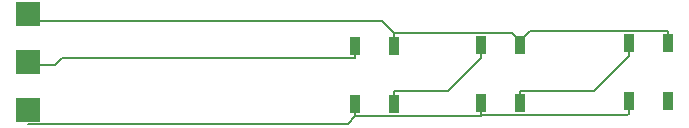
<source format=gbr>
%TF.GenerationSoftware,KiCad,Pcbnew,8.0.4*%
%TF.CreationDate,2024-08-04T02:09:46+02:00*%
%TF.ProjectId,Neopixel,4e656f70-6978-4656-9c2e-6b696361645f,rev?*%
%TF.SameCoordinates,Original*%
%TF.FileFunction,Copper,L1,Top*%
%TF.FilePolarity,Positive*%
%FSLAX46Y46*%
G04 Gerber Fmt 4.6, Leading zero omitted, Abs format (unit mm)*
G04 Created by KiCad (PCBNEW 8.0.4) date 2024-08-04 02:09:46*
%MOMM*%
%LPD*%
G01*
G04 APERTURE LIST*
%TA.AperFunction,SMDPad,CuDef*%
%ADD10R,2.000000X2.000000*%
%TD*%
%TA.AperFunction,SMDPad,CuDef*%
%ADD11R,0.900000X1.500000*%
%TD*%
%TA.AperFunction,Conductor*%
%ADD12C,0.200000*%
%TD*%
G04 APERTURE END LIST*
D10*
%TO.P,GND,1,1*%
%TO.N,GND*%
X58500000Y-65950000D03*
%TD*%
%TO.P,Sig,1,1*%
%TO.N,Net-(D1-DIN)*%
X58500000Y-70000000D03*
%TD*%
%TO.P,5V,1,1*%
%TO.N,+5V*%
X58500000Y-74050000D03*
%TD*%
D11*
%TO.P,D3,1,VDD*%
%TO.N,+5V*%
X109350000Y-73300000D03*
%TO.P,D3,2,DOUT*%
%TO.N,unconnected-(D3-DOUT-Pad2)*%
X112650000Y-73300000D03*
%TO.P,D3,3,VSS*%
%TO.N,GND*%
X112650000Y-68400000D03*
%TO.P,D3,4,DIN*%
%TO.N,Net-(D2-DOUT)*%
X109350000Y-68400000D03*
%TD*%
%TO.P,D2,1,VDD*%
%TO.N,+5V*%
X96850000Y-73450000D03*
%TO.P,D2,2,DOUT*%
%TO.N,Net-(D2-DOUT)*%
X100150000Y-73450000D03*
%TO.P,D2,3,VSS*%
%TO.N,GND*%
X100150000Y-68550000D03*
%TO.P,D2,4,DIN*%
%TO.N,Net-(D1-DOUT)*%
X96850000Y-68550000D03*
%TD*%
%TO.P,D1,4,DIN*%
%TO.N,Net-(D1-DIN)*%
X86200000Y-68600000D03*
%TO.P,D1,3,VSS*%
%TO.N,GND*%
X89500000Y-68600000D03*
%TO.P,D1,2,DOUT*%
%TO.N,Net-(D1-DOUT)*%
X89500000Y-73500000D03*
%TO.P,D1,1,VDD*%
%TO.N,+5V*%
X86200000Y-73500000D03*
%TD*%
D12*
%TO.N,Net-(D2-DOUT)*%
X100150000Y-72398300D02*
X100150000Y-73450000D01*
X106403000Y-72398300D02*
X100150000Y-72398300D01*
X109350000Y-69451700D02*
X106403000Y-72398300D01*
X109350000Y-68400000D02*
X109350000Y-69451700D01*
%TO.N,Net-(D1-DOUT)*%
X89500000Y-72448300D02*
X89500000Y-73500000D01*
X94003400Y-72448300D02*
X89500000Y-72448300D01*
X96850000Y-69601700D02*
X94003400Y-72448300D01*
X96850000Y-68550000D02*
X96850000Y-69601700D01*
%TO.N,GND*%
X89500000Y-68600000D02*
X89500000Y-67548300D01*
X88448400Y-66496700D02*
X89500000Y-67548300D01*
X58490000Y-66496700D02*
X88448400Y-66496700D01*
X58490000Y-65205000D02*
X58490000Y-66496700D01*
X101000000Y-67348300D02*
X100150000Y-68198700D01*
X112650000Y-67348300D02*
X101000000Y-67348300D01*
X112650000Y-68400000D02*
X112650000Y-67348300D01*
X99500000Y-67548300D02*
X99500000Y-67548700D01*
X99450000Y-67498300D02*
X99500000Y-67548300D01*
X89550000Y-67498300D02*
X99450000Y-67498300D01*
X89500000Y-67548300D02*
X89550000Y-67498300D01*
X99500000Y-67548700D02*
X99500000Y-67549100D01*
X99500000Y-67548700D02*
X100150000Y-68198700D01*
X100150000Y-68198700D02*
X100150000Y-68550000D01*
%TO.N,Net-(D1-DIN)*%
X86200000Y-69651700D02*
X86200000Y-68600000D01*
X61325000Y-69651700D02*
X86200000Y-69651700D01*
X60771700Y-70205000D02*
X61325000Y-69651700D01*
X58490000Y-70205000D02*
X60771700Y-70205000D01*
%TO.N,+5V*%
X85546700Y-75205000D02*
X86200000Y-74551700D01*
X58490000Y-75205000D02*
X85546700Y-75205000D01*
X86200000Y-73500000D02*
X86200000Y-74551700D01*
X96800000Y-74551700D02*
X86200000Y-74551700D01*
X96850000Y-74501700D02*
X96800000Y-74551700D01*
X96850000Y-73450000D02*
X96850000Y-74501700D01*
X109200000Y-74501700D02*
X96850000Y-74501700D01*
X109350000Y-74351700D02*
X109200000Y-74501700D01*
X109350000Y-73300000D02*
X109350000Y-74351700D01*
%TD*%
M02*

</source>
